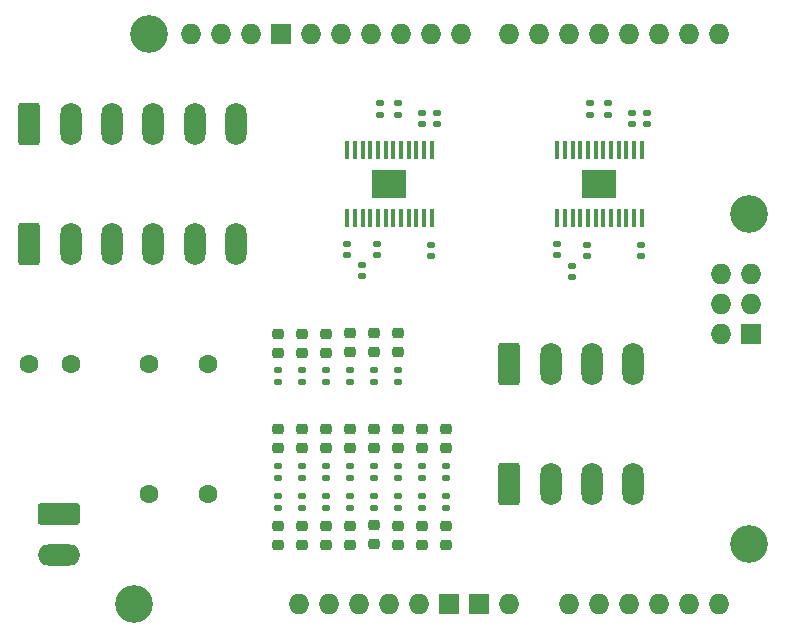
<source format=gbr>
%TF.GenerationSoftware,KiCad,Pcbnew,(7.0.0)*%
%TF.CreationDate,2023-04-12T03:46:22-05:00*%
%TF.ProjectId,TurretCtl,54757272-6574-4437-946c-2e6b69636164,rev?*%
%TF.SameCoordinates,Original*%
%TF.FileFunction,Soldermask,Top*%
%TF.FilePolarity,Negative*%
%FSLAX46Y46*%
G04 Gerber Fmt 4.6, Leading zero omitted, Abs format (unit mm)*
G04 Created by KiCad (PCBNEW (7.0.0)) date 2023-04-12 03:46:22*
%MOMM*%
%LPD*%
G01*
G04 APERTURE LIST*
G04 Aperture macros list*
%AMRoundRect*
0 Rectangle with rounded corners*
0 $1 Rounding radius*
0 $2 $3 $4 $5 $6 $7 $8 $9 X,Y pos of 4 corners*
0 Add a 4 corners polygon primitive as box body*
4,1,4,$2,$3,$4,$5,$6,$7,$8,$9,$2,$3,0*
0 Add four circle primitives for the rounded corners*
1,1,$1+$1,$2,$3*
1,1,$1+$1,$4,$5*
1,1,$1+$1,$6,$7*
1,1,$1+$1,$8,$9*
0 Add four rect primitives between the rounded corners*
20,1,$1+$1,$2,$3,$4,$5,0*
20,1,$1+$1,$4,$5,$6,$7,0*
20,1,$1+$1,$6,$7,$8,$9,0*
20,1,$1+$1,$8,$9,$2,$3,0*%
G04 Aperture macros list end*
%ADD10RoundRect,0.140000X-0.170000X0.140000X-0.170000X-0.140000X0.170000X-0.140000X0.170000X0.140000X0*%
%ADD11RoundRect,0.218750X-0.256250X0.218750X-0.256250X-0.218750X0.256250X-0.218750X0.256250X0.218750X0*%
%ADD12C,1.600000*%
%ADD13RoundRect,0.135000X-0.185000X0.135000X-0.185000X-0.135000X0.185000X-0.135000X0.185000X0.135000X0*%
%ADD14RoundRect,0.218750X0.256250X-0.218750X0.256250X0.218750X-0.256250X0.218750X-0.256250X-0.218750X0*%
%ADD15RoundRect,0.135000X0.185000X-0.135000X0.185000X0.135000X-0.185000X0.135000X-0.185000X-0.135000X0*%
%ADD16C,3.200000*%
%ADD17O,1.727200X1.727200*%
%ADD18R,1.727200X1.727200*%
%ADD19R,2.980000X2.400000*%
%ADD20RoundRect,0.100000X0.100000X-0.687500X0.100000X0.687500X-0.100000X0.687500X-0.100000X-0.687500X0*%
%ADD21RoundRect,0.140000X0.170000X-0.140000X0.170000X0.140000X-0.170000X0.140000X-0.170000X-0.140000X0*%
%ADD22RoundRect,0.250000X-0.650000X-1.550000X0.650000X-1.550000X0.650000X1.550000X-0.650000X1.550000X0*%
%ADD23O,1.800000X3.600000*%
%ADD24RoundRect,0.250000X-1.550000X0.650000X-1.550000X-0.650000X1.550000X-0.650000X1.550000X0.650000X0*%
%ADD25O,3.600000X1.800000*%
G04 APERTURE END LIST*
D10*
%TO.C,C10*%
X138684000Y-68636000D03*
X138684000Y-69596000D03*
%TD*%
D11*
%TO.C,D8*%
X126746000Y-92460000D03*
X126746000Y-94035000D03*
%TD*%
D12*
%TO.C,C15*%
X91440000Y-78740000D03*
X94940000Y-78740000D03*
%TD*%
D13*
%TO.C,R21*%
X112522000Y-87376000D03*
X112522000Y-88396000D03*
%TD*%
D14*
%TO.C,D3*%
X126746000Y-85852000D03*
X126746000Y-84277000D03*
%TD*%
D15*
%TO.C,R6*%
X120650000Y-90932000D03*
X120650000Y-89912000D03*
%TD*%
D13*
%TO.C,R3*%
X140462000Y-56638000D03*
X140462000Y-57658000D03*
%TD*%
%TO.C,R24*%
X118618000Y-87376000D03*
X118618000Y-88396000D03*
%TD*%
D15*
%TO.C,R12*%
X126746000Y-90936000D03*
X126746000Y-89916000D03*
%TD*%
D14*
%TO.C,D1*%
X114554000Y-77775000D03*
X114554000Y-76200000D03*
%TD*%
D16*
%TO.C,XA1*%
X100330000Y-99060000D03*
X101600000Y-50800000D03*
D17*
X114299999Y-99059999D03*
D16*
X152400000Y-66040000D03*
X152400000Y-93980000D03*
D17*
X121919999Y-99059999D03*
X124459999Y-99059999D03*
X152526999Y-71119999D03*
X137159999Y-99059999D03*
X139699999Y-99059999D03*
X142239999Y-99059999D03*
X144779999Y-99059999D03*
X147319999Y-99059999D03*
X149859999Y-99059999D03*
X110235999Y-50799999D03*
X149859999Y-50799999D03*
X147319999Y-50799999D03*
X144779999Y-50799999D03*
X142239999Y-50799999D03*
X139699999Y-50799999D03*
X137159999Y-50799999D03*
X134619999Y-50799999D03*
X132079999Y-50799999D03*
X128015999Y-50799999D03*
X125475999Y-50799999D03*
X122935999Y-50799999D03*
X120395999Y-50799999D03*
X117855999Y-50799999D03*
X115315999Y-50799999D03*
D18*
X112775999Y-50799999D03*
X126999999Y-99059999D03*
X129539999Y-99059999D03*
X152526999Y-76199999D03*
D17*
X116839999Y-99059999D03*
X149986999Y-71119999D03*
X152526999Y-73659999D03*
X119379999Y-99059999D03*
X149986999Y-76199999D03*
X149986999Y-73659999D03*
X105155999Y-50799999D03*
X107695999Y-50799999D03*
X132079999Y-99059999D03*
%TD*%
D15*
%TO.C,R8*%
X122682000Y-90932000D03*
X122682000Y-89912000D03*
%TD*%
%TO.C,R26*%
X118618000Y-90932000D03*
X118618000Y-89912000D03*
%TD*%
D13*
%TO.C,R11*%
X122682000Y-87376000D03*
X122682000Y-88396000D03*
%TD*%
D12*
%TO.C,C7*%
X101600000Y-89789000D03*
X106600000Y-89789000D03*
%TD*%
D14*
%TO.C,D18*%
X118618000Y-77724000D03*
X118618000Y-76149000D03*
%TD*%
D11*
%TO.C,D16*%
X112522000Y-92456000D03*
X112522000Y-94031000D03*
%TD*%
D19*
%TO.C,U2*%
X121919999Y-63499999D03*
D20*
X118345000Y-66362500D03*
X118995000Y-66362500D03*
X119645000Y-66362500D03*
X120295000Y-66362500D03*
X120945000Y-66362500D03*
X121595000Y-66362500D03*
X122245000Y-66362500D03*
X122895000Y-66362500D03*
X123545000Y-66362500D03*
X124195000Y-66362500D03*
X124845000Y-66362500D03*
X125495000Y-66362500D03*
X125495000Y-60637500D03*
X124845000Y-60637500D03*
X124195000Y-60637500D03*
X123545000Y-60637500D03*
X122895000Y-60637500D03*
X122245000Y-60637500D03*
X121595000Y-60637500D03*
X120945000Y-60637500D03*
X120295000Y-60637500D03*
X119645000Y-60637500D03*
X118995000Y-60637500D03*
X118345000Y-60637500D03*
%TD*%
D21*
%TO.C,C9*%
X125984000Y-58420000D03*
X125984000Y-57460000D03*
%TD*%
D22*
%TO.C,J1*%
X91440000Y-58420000D03*
D23*
X94939999Y-58419999D03*
X98439999Y-58419999D03*
X101939999Y-58419999D03*
X105439999Y-58419999D03*
X108939999Y-58419999D03*
%TD*%
D22*
%TO.C,J5*%
X91440000Y-68580000D03*
D23*
X94939999Y-68579999D03*
X98439999Y-68579999D03*
X101939999Y-68579999D03*
X105439999Y-68579999D03*
X108939999Y-68579999D03*
%TD*%
D14*
%TO.C,D11*%
X116586000Y-85852000D03*
X116586000Y-84277000D03*
%TD*%
%TO.C,D7*%
X122682000Y-85852000D03*
X122682000Y-84277000D03*
%TD*%
D15*
%TO.C,R20*%
X112522000Y-90932000D03*
X112522000Y-89912000D03*
%TD*%
D21*
%TO.C,C8*%
X124714000Y-58420000D03*
X124714000Y-57460000D03*
%TD*%
D19*
%TO.C,U1*%
X139699999Y-63499999D03*
D20*
X136125000Y-66362500D03*
X136775000Y-66362500D03*
X137425000Y-66362500D03*
X138075000Y-66362500D03*
X138725000Y-66362500D03*
X139375000Y-66362500D03*
X140025000Y-66362500D03*
X140675000Y-66362500D03*
X141325000Y-66362500D03*
X141975000Y-66362500D03*
X142625000Y-66362500D03*
X143275000Y-66362500D03*
X143275000Y-60637500D03*
X142625000Y-60637500D03*
X141975000Y-60637500D03*
X141325000Y-60637500D03*
X140675000Y-60637500D03*
X140025000Y-60637500D03*
X139375000Y-60637500D03*
X138725000Y-60637500D03*
X138075000Y-60637500D03*
X137425000Y-60637500D03*
X136775000Y-60637500D03*
X136125000Y-60637500D03*
%TD*%
D14*
%TO.C,D17*%
X112522000Y-85852000D03*
X112522000Y-84277000D03*
%TD*%
D13*
%TO.C,R14*%
X122682000Y-79248000D03*
X122682000Y-80268000D03*
%TD*%
D12*
%TO.C,C12*%
X101600000Y-78740000D03*
X106600000Y-78740000D03*
%TD*%
D13*
%TO.C,R23*%
X116586000Y-79248000D03*
X116586000Y-80268000D03*
%TD*%
D21*
%TO.C,C13*%
X142494000Y-58420000D03*
X142494000Y-57460000D03*
%TD*%
%TO.C,C3*%
X118364000Y-69519800D03*
X118364000Y-68559800D03*
%TD*%
D11*
%TO.C,D12*%
X114554000Y-92456000D03*
X114554000Y-94031000D03*
%TD*%
D13*
%TO.C,R22*%
X118618000Y-79248000D03*
X118618000Y-80268000D03*
%TD*%
D21*
%TO.C,C1*%
X136144000Y-69540000D03*
X136144000Y-68580000D03*
%TD*%
D14*
%TO.C,D20*%
X118618000Y-85852000D03*
X118618000Y-84277000D03*
%TD*%
%TO.C,D19*%
X116586000Y-77775000D03*
X116586000Y-76200000D03*
%TD*%
D21*
%TO.C,C11*%
X143256000Y-69596000D03*
X143256000Y-68636000D03*
%TD*%
D11*
%TO.C,D6*%
X124714000Y-92460000D03*
X124714000Y-94035000D03*
%TD*%
D13*
%TO.C,R18*%
X112522000Y-79248000D03*
X112522000Y-80268000D03*
%TD*%
D14*
%TO.C,D14*%
X112522000Y-77775000D03*
X112522000Y-76200000D03*
%TD*%
D22*
%TO.C,J2*%
X132080000Y-88900000D03*
D23*
X135579999Y-88899999D03*
X139079999Y-88899999D03*
X142579999Y-88899999D03*
%TD*%
D22*
%TO.C,J3*%
X132080000Y-78740000D03*
D23*
X135579999Y-78739999D03*
X139079999Y-78739999D03*
X142579999Y-78739999D03*
%TD*%
D24*
%TO.C,J4*%
X93980000Y-91440000D03*
D25*
X93979999Y-94939999D03*
%TD*%
D13*
%TO.C,R7*%
X126746000Y-87376000D03*
X126746000Y-88396000D03*
%TD*%
D21*
%TO.C,C2*%
X137414000Y-71374000D03*
X137414000Y-70414000D03*
%TD*%
D13*
%TO.C,R13*%
X120650000Y-87376000D03*
X120650000Y-88396000D03*
%TD*%
D14*
%TO.C,D9*%
X120650000Y-85852000D03*
X120650000Y-84277000D03*
%TD*%
D21*
%TO.C,C6*%
X125476000Y-69596000D03*
X125476000Y-68636000D03*
%TD*%
D13*
%TO.C,R19*%
X120650000Y-79248000D03*
X120650000Y-80268000D03*
%TD*%
%TO.C,R17*%
X114554000Y-87376000D03*
X114554000Y-88396000D03*
%TD*%
D15*
%TO.C,R25*%
X116586000Y-90932000D03*
X116586000Y-89912000D03*
%TD*%
D14*
%TO.C,D5*%
X124714000Y-85852000D03*
X124714000Y-84277000D03*
%TD*%
D10*
%TO.C,C5*%
X120904000Y-68580000D03*
X120904000Y-69540000D03*
%TD*%
D21*
%TO.C,C14*%
X143764000Y-58420000D03*
X143764000Y-57460000D03*
%TD*%
D15*
%TO.C,R4*%
X138938000Y-57658000D03*
X138938000Y-56638000D03*
%TD*%
D13*
%TO.C,R5*%
X114554000Y-79248000D03*
X114554000Y-80268000D03*
%TD*%
D15*
%TO.C,R10*%
X124714000Y-90936000D03*
X124714000Y-89916000D03*
%TD*%
D14*
%TO.C,D13*%
X114554000Y-85852000D03*
X114554000Y-84277000D03*
%TD*%
D11*
%TO.C,D2*%
X120650000Y-92405000D03*
X120650000Y-93980000D03*
%TD*%
D13*
%TO.C,R9*%
X124714000Y-87376000D03*
X124714000Y-88396000D03*
%TD*%
%TO.C,R2*%
X122682000Y-56642000D03*
X122682000Y-57662000D03*
%TD*%
D11*
%TO.C,D22*%
X118618000Y-92456000D03*
X118618000Y-94031000D03*
%TD*%
D13*
%TO.C,R15*%
X116586000Y-87376000D03*
X116586000Y-88396000D03*
%TD*%
D11*
%TO.C,D21*%
X116586000Y-92456000D03*
X116586000Y-94031000D03*
%TD*%
D21*
%TO.C,C4*%
X119634000Y-71318000D03*
X119634000Y-70358000D03*
%TD*%
D15*
%TO.C,R1*%
X121158000Y-57658000D03*
X121158000Y-56638000D03*
%TD*%
%TO.C,R16*%
X114554000Y-90932000D03*
X114554000Y-89912000D03*
%TD*%
D11*
%TO.C,D4*%
X122682000Y-92456000D03*
X122682000Y-94031000D03*
%TD*%
D14*
%TO.C,D10*%
X122682000Y-77724000D03*
X122682000Y-76149000D03*
%TD*%
%TO.C,D15*%
X120650000Y-77724000D03*
X120650000Y-76149000D03*
%TD*%
M02*

</source>
